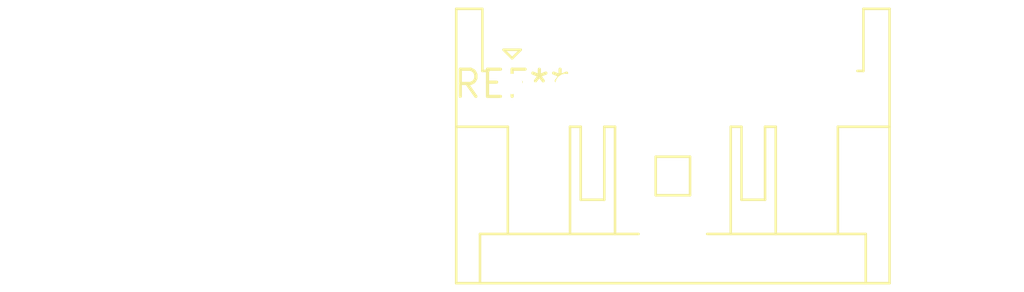
<source format=kicad_pcb>
(kicad_pcb (version 20240108) (generator pcbnew)
  (layers (0 "F.Cu" signal) (31 "B.Cu" signal) (34 "B.Paste" user) (35 "F.Paste" user) (36 "B.SilkS" user "B.Silkscreen") (37 "F.SilkS" user "F.Silkscreen") (38 "B.Mask" user) (39 "F.Mask" user) (44 "Edge.Cuts" user))
  (net 0 "")
  (footprint "JST_XA_S07B-XASK-1_1x07_P2.50mm_Horizontal" (layer "F.Cu") (at 0 0)
    (property "Reference" "REF**")
    (property "Value" "JST_XA_S07B-XASK-1_1x07_P2.50mm_Horizontal")
    (fp_line (start -2.61 -3.51) (end -2.61 9.31) (layer "F.SilkS") (stroke (width 0.12)))
    (fp_line (start -2.61 9.31) (end 17.61 9.31) (layer "F.SilkS") (stroke (width 0.12)))
    (fp_line (start -1.5 7.01) (end 5.9 7.01) (layer "F.SilkS") (stroke (width 0.12)))
    (fp_line (start -1.5 9.31) (end -1.5 7.01) (layer "F.SilkS") (stroke (width 0.12)))
    (fp_line (start -1.39 -3.51) (end -2.61 -3.51) (layer "F.SilkS") (stroke (width 0.12)))
    (fp_line (start -1.39 -0.61) (end -1.39 -3.51) (layer "F.SilkS") (stroke (width 0.12)))
    (fp_line (start -1.11 -0.61) (end -1.39 -0.61) (layer "F.SilkS") (stroke (width 0.12)))
    (fp_line (start -0.4 -1.6) (end 0.4 -1.6) (layer "F.SilkS") (stroke (width 0.12)))
    (fp_line (start -0.2 2) (end -2.61 2) (layer "F.SilkS") (stroke (width 0.12)))
    (fp_line (start -0.2 7.01) (end -0.2 2) (layer "F.SilkS") (stroke (width 0.12)))
    (fp_line (start 0 -1.2) (end -0.4 -1.6) (layer "F.SilkS") (stroke (width 0.12)))
    (fp_line (start 0.4 -1.6) (end 0 -1.2) (layer "F.SilkS") (stroke (width 0.12)))
    (fp_line (start 2.7 2) (end 2.7 7.01) (layer "F.SilkS") (stroke (width 0.12)))
    (fp_line (start 3.2 2) (end 2.7 2) (layer "F.SilkS") (stroke (width 0.12)))
    (fp_line (start 3.2 5.41) (end 3.2 2) (layer "F.SilkS") (stroke (width 0.12)))
    (fp_line (start 4.3 2) (end 4.3 5.41) (layer "F.SilkS") (stroke (width 0.12)))
    (fp_line (start 4.3 5.41) (end 3.2 5.41) (layer "F.SilkS") (stroke (width 0.12)))
    (fp_line (start 4.8 2) (end 4.3 2) (layer "F.SilkS") (stroke (width 0.12)))
    (fp_line (start 4.8 7.01) (end 4.8 2) (layer "F.SilkS") (stroke (width 0.12)))
    (fp_line (start 6.7 3.4) (end 8.3 3.4) (layer "F.SilkS") (stroke (width 0.12)))
    (fp_line (start 6.7 5.2) (end 6.7 3.4) (layer "F.SilkS") (stroke (width 0.12)))
    (fp_line (start 8.3 3.4) (end 8.3 5.2) (layer "F.SilkS") (stroke (width 0.12)))
    (fp_line (start 8.3 5.2) (end 6.7 5.2) (layer "F.SilkS") (stroke (width 0.12)))
    (fp_line (start 9.1 7.01) (end 16.5 7.01) (layer "F.SilkS") (stroke (width 0.12)))
    (fp_line (start 10.2 2) (end 10.7 2) (layer "F.SilkS") (stroke (width 0.12)))
    (fp_line (start 10.2 7.01) (end 10.2 2) (layer "F.SilkS") (stroke (width 0.12)))
    (fp_line (start 10.7 2) (end 10.7 5.41) (layer "F.SilkS") (stroke (width 0.12)))
    (fp_line (start 10.7 5.41) (end 11.8 5.41) (layer "F.SilkS") (stroke (width 0.12)))
    (fp_line (start 11.8 2) (end 12.3 2) (layer "F.SilkS") (stroke (width 0.12)))
    (fp_line (start 11.8 5.41) (end 11.8 2) (layer "F.SilkS") (stroke (width 0.12)))
    (fp_line (start 12.3 2) (end 12.3 7.01) (layer "F.SilkS") (stroke (width 0.12)))
    (fp_line (start 15.2 2) (end 17.61 2) (layer "F.SilkS") (stroke (width 0.12)))
    (fp_line (start 15.2 7.01) (end 15.2 2) (layer "F.SilkS") (stroke (width 0.12)))
    (fp_line (start 16.39 -3.51) (end 16.39 -0.61) (layer "F.SilkS") (stroke (width 0.12)))
    (fp_line (start 16.39 -0.61) (end 16.11 -0.61) (layer "F.SilkS") (stroke (width 0.12)))
    (fp_line (start 16.5 7.01) (end 16.5 9.31) (layer "F.SilkS") (stroke (width 0.12)))
    (fp_line (start 17.61 -3.51) (end 16.39 -3.51) (layer "F.SilkS") (stroke (width 0.12)))
    (fp_line (start 17.61 9.31) (end 17.61 -3.51) (layer "F.SilkS") (stroke (width 0.12)))
    (pad "" np_thru_hole oval (at 7.5 6.5) (size 2.8 2) (drill oval 2.8 2) (layers *.Cu *.Mask))
    (pad "1" thru_hole roundrect (at 0 0) (size 1.7 1.95) (drill 0.95) (layers *.Cu *.Mask) (remove_unused_layers) (roundrect_rratio 0.147059))
    (pad "2" thru_hole oval (at 2.5 0) (size 1.7 1.95) (drill 0.95) (layers *.Cu *.Mask) (remove_unused_layers))
    (pad "3" thru_hole oval (at 5 0) (size 1.7 1.95) (drill 0.95) (layers *.Cu *.Mask) (remove_unused_layers))
    (pad "4" thru_hole oval (at 7.5 0) (size 1.7 1.95) (drill 0.95) (layers *.Cu *.Mask) (remove_unused_layers))
    (pad "5" thru_hole oval (at 10 0) (size 1.7 1.95) (drill 0.95) (layers *.Cu *.Mask) (remove_unused_layers))
    (pad "6" thru_hole oval (at 12.5 0) (size 1.7 1.95) (drill 0.95) (layers *.Cu *.Mask) (remove_unused_layers))
    (pad "7" thru_hole oval (at 15 0) (size 1.7 1.95) (drill 0.95) (layers *.Cu *.Mask) (remove_unused_layers))
  )
)
</source>
